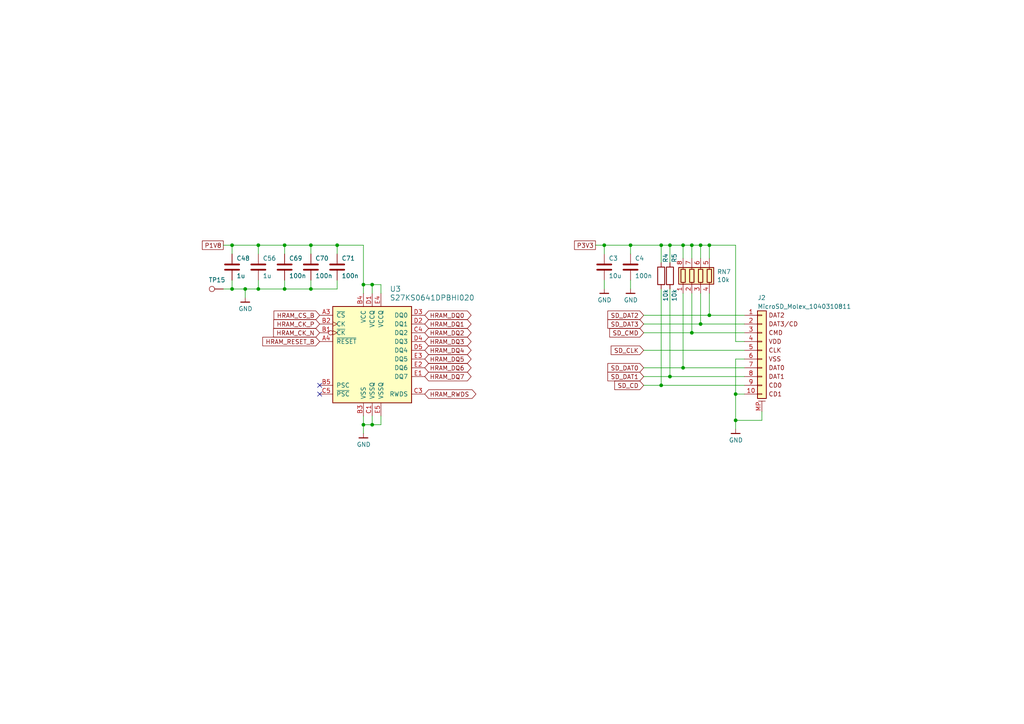
<source format=kicad_sch>
(kicad_sch (version 20231120) (generator "eeschema") (generator_version "8.0")
  (paper "A4")
  (lib_symbols
    (symbol "Connector:TestPoint" (pin_numbers hide) (pin_names (offset 0.762) hide)
      (property "Reference" "TP" (at 0 6.858 0))
      (property "Value" "TestPoint" (at 0 5.08 0))
      (symbol "TestPoint_0_1"
        (circle (center 0 3.302) (radius 0.762))
      )
      (symbol "TestPoint_1_1"
        (pin passive line (at 0 0 90) (length 2.54) (name "1") (number "1"))
      )
    )
    (symbol "Device:C" (pin_numbers hide) (pin_names (offset 0.254))
      (property "Reference" "C" (at 0.635 2.54 0))
      (property "Value" "C" (at 0.635 -2.54 0))
      (symbol "C_0_1"
        (polyline (pts (xy -2.032 -0.762) (xy 2.032 -0.762)) (stroke (width 0.508)))
        (polyline (pts (xy -2.032 0.762) (xy 2.032 0.762)) (stroke (width 0.508)))
      )
      (symbol "C_1_1"
        (pin passive line (at 0 3.81 270) (length 2.794) (name "~") (number "1"))
        (pin passive line (at 0 -3.81 90) (length 2.794) (name "~") (number "2"))
      )
    )
    (symbol "Device:R" (pin_numbers hide) (pin_names (offset 0))
      (property "Reference" "R" (at 2.032 0 90))
      (property "Value" "R" (at 0 0 90))
      (symbol "R_0_1"
        (rectangle (start -1.016 -2.54) (end 1.016 2.54) (stroke (width 0.254)))
      )
      (symbol "R_1_1"
        (pin passive line (at 0 3.81 270) (length 1.27) (name "~") (number "1"))
        (pin passive line (at 0 -3.81 90) (length 1.27) (name "~") (number "2"))
      )
    )
    (symbol "Device:R_Pack04" (pin_names (offset 0) hide)
      (property "Reference" "RN" (at -7.62 0 90))
      (property "Value" "R_Pack04" (at 5.08 0 90))
      (symbol "R_Pack04_0_1"
        (rectangle (start -6.35 -2.413) (end 3.81 2.413) (stroke (width 0.254)) (fill (type background)))
        (rectangle (start -5.715 1.905) (end -4.445 -1.905) (stroke (width 0.254)))
        (rectangle (start -3.175 1.905) (end -1.905 -1.905) (stroke (width 0.254)))
        (rectangle (start -0.635 1.905) (end 0.635 -1.905) (stroke (width 0.254)))
        (polyline (pts (xy -5.08 -2.54) (xy -5.08 -1.905)))
        (polyline (pts (xy -5.08 1.905) (xy -5.08 2.54)))
        (polyline (pts (xy -2.54 -2.54) (xy -2.54 -1.905)))
        (polyline (pts (xy -2.54 1.905) (xy -2.54 2.54)))
        (polyline (pts (xy 0 -2.54) (xy 0 -1.905)))
        (polyline (pts (xy 0 1.905) (xy 0 2.54)))
        (polyline (pts (xy 2.54 -2.54) (xy 2.54 -1.905)))
        (polyline (pts (xy 2.54 1.905) (xy 2.54 2.54)))
        (rectangle (start 1.905 1.905) (end 3.175 -1.905) (stroke (width 0.254)))
      )
      (symbol "R_Pack04_1_1"
        (pin passive line (at -5.08 -5.08 90) (length 2.54) (name "R1.1") (number "1"))
        (pin passive line (at -2.54 -5.08 90) (length 2.54) (name "R2.1") (number "2"))
        (pin passive line (at 0 -5.08 90) (length 2.54) (name "R3.1") (number "3"))
        (pin passive line (at 2.54 -5.08 90) (length 2.54) (name "R4.1") (number "4"))
        (pin passive line (at 2.54 5.08 270) (length 2.54) (name "R4.2") (number "5"))
        (pin passive line (at 0 5.08 270) (length 2.54) (name "R3.2") (number "6"))
        (pin passive line (at -2.54 5.08 270) (length 2.54) (name "R2.2") (number "7"))
        (pin passive line (at -5.08 5.08 270) (length 2.54) (name "R1.2") (number "8"))
      )
    )
    (symbol "ng_conn:MicroSD_Molex_1040310811" (pin_names (offset 1.016) hide)
      (property "Reference" "J" (at -1.27 15.24 0))
      (property "Value" "MicroSD_Molex_1040310811" (at -1.27 12.7 0))
      (symbol "MicroSD_Molex_1040310811_0_0"
        (text "CD0" (at 1.905 -10.16 0) (effects (font (size 1.27 1.27)) (justify left)))
        (text "CD1" (at 1.905 -12.7 0) (effects (font (size 1.27 1.27)) (justify left)))
        (text "CLK" (at 1.905 0 0) (effects (font (size 1.27 1.27)) (justify left)))
        (text "CMD" (at 1.905 5.08 0) (effects (font (size 1.27 1.27)) (justify left)))
        (text "DAT0" (at 1.905 -5.08 0) (effects (font (size 1.27 1.27)) (justify left)))
        (text "DAT1" (at 1.905 -7.62 0) (effects (font (size 1.27 1.27)) (justify left)))
        (text "DAT2" (at 1.905 10.16 0) (effects (font (size 1.27 1.27)) (justify left)))
        (text "DAT3/CD" (at 1.905 7.62 0) (effects (font (size 1.27 1.27)) (justify left)))
        (text "VDD" (at 1.905 2.54 0) (effects (font (size 1.27 1.27)) (justify left)))
        (text "VSS" (at 1.905 -2.54 0) (effects (font (size 1.27 1.27)) (justify left)))
      )
      (symbol "MicroSD_Molex_1040310811_1_1"
        (rectangle (start -1.27 -12.573) (end 0 -12.827) (stroke (width 0.1524)))
        (rectangle (start -1.27 -10.033) (end 0 -10.287) (stroke (width 0.1524)))
        (rectangle (start -1.27 -7.493) (end 0 -7.747) (stroke (width 0.1524)))
        (rectangle (start -1.27 -4.953) (end 0 -5.207) (stroke (width 0.1524)))
        (rectangle (start -1.27 -2.413) (end 0 -2.667) (stroke (width 0.1524)))
        (rectangle (start -1.27 0.127) (end 0 -0.127) (stroke (width 0.1524)))
        (rectangle (start -1.27 2.667) (end 0 2.413) (stroke (width 0.1524)))
        (rectangle (start -1.27 5.207) (end 0 4.953) (stroke (width 0.1524)))
        (rectangle (start -1.27 7.747) (end 0 7.493) (stroke (width 0.1524)))
        (rectangle (start -1.27 10.287) (end 0 10.033) (stroke (width 0.1524)))
        (rectangle (start -1.27 11.43) (end 1.27 -13.97) (stroke (width 0.254)) (fill (type background)))
        (polyline (pts (xy -1.016 -14.732) (xy 1.016 -14.732)) (stroke (width 0.1524)))
        (pin passive line (at -5.08 10.16 0) (length 3.81) (name "Pin_1") (number "1"))
        (pin passive line (at -5.08 -12.7 0) (length 3.81) (name "DET") (number "10"))
        (pin passive line (at -5.08 7.62 0) (length 3.81) (name "Pin_2") (number "2"))
        (pin passive line (at -5.08 5.08 0) (length 3.81) (name "Pin_3") (number "3"))
        (pin passive line (at -5.08 2.54 0) (length 3.81) (name "Pin_4") (number "4"))
        (pin passive line (at -5.08 0 0) (length 3.81) (name "Pin_5") (number "5"))
        (pin passive line (at -5.08 -2.54 0) (length 3.81) (name "Pin_6") (number "6"))
        (pin passive line (at -5.08 -5.08 0) (length 3.81) (name "Pin_7") (number "7"))
        (pin passive line (at -5.08 -7.62 0) (length 3.81) (name "Pin_8") (number "8"))
        (pin passive line (at -5.08 -10.16 0) (length 3.81) (name "Pin_9") (number "9"))
        (pin passive line (at 0 -17.78 90) (length 3.048) (name "MountPin") (number "MP"))
      )
    )
    (symbol "ng_memory:S27KS0641" (pin_names (offset 1.016))
      (property "Reference" "U" (at 5.08 20.32 0))
      (property "Value" "S27KS0641" (at 5.08 17.78 0))
      (symbol "S27KS0641_1_0"
        (rectangle (start -11.43 15.24) (end 11.43 -12.7) (stroke (width 0.254)) (fill (type background)))
      )
      (symbol "S27KS0641_1_1"
        (pin no_connect line (at -15.24 1.27 0) (length 3.81) hide (name "RFU") (number "A2"))
        (pin input line (at -15.24 12.7 0) (length 3.81) (name "~{CS}") (number "A3"))
        (pin input line (at -15.24 5.08 0) (length 3.81) (name "~{RESET}") (number "A4"))
        (pin no_connect line (at -15.24 -1.27 0) (length 3.81) hide (name "RFU") (number "A5"))
        (pin input inverted_clock (at -15.24 7.62 0) (length 3.81) (name "~{CK}") (number "B1"))
        (pin input clock (at -15.24 10.16 0) (length 3.81) (name "CK") (number "B2"))
        (pin power_in line (at -2.54 -16.51 90) (length 3.81) (name "VSS") (number "B3"))
        (pin power_in line (at -2.54 19.05 270) (length 3.81) (name "VCC") (number "B4"))
        (pin input line (at -15.24 -7.62 0) (length 3.81) (name "PSC") (number "B5"))
        (pin power_in line (at 0 -16.51 90) (length 3.81) (name "VSSQ") (number "C1"))
        (pin no_connect line (at -15.24 -3.81 0) (length 3.81) hide (name "RFU") (number "C2"))
        (pin bidirectional line (at 15.24 -10.16 180) (length 3.81) (name "RWDS") (number "C3"))
        (pin bidirectional line (at 15.24 7.62 180) (length 3.81) (name "DQ2") (number "C4"))
        (pin input line (at -15.24 -10.16 0) (length 3.81) (name "~{PSC}") (number "C5"))
        (pin power_in line (at 0 19.05 270) (length 3.81) (name "VCCQ") (number "D1"))
        (pin bidirectional line (at 15.24 10.16 180) (length 3.81) (name "DQ1") (number "D2"))
        (pin bidirectional line (at 15.24 12.7 180) (length 3.81) (name "DQ0") (number "D3"))
        (pin bidirectional line (at 15.24 5.08 180) (length 3.81) (name "DQ3") (number "D4"))
        (pin bidirectional line (at 15.24 2.54 180) (length 3.81) (name "DQ4") (number "D5"))
        (pin bidirectional line (at 15.24 -5.08 180) (length 3.81) (name "DQ7") (number "E1"))
        (pin bidirectional line (at 15.24 -2.54 180) (length 3.81) (name "DQ6") (number "E2"))
        (pin bidirectional line (at 15.24 0 180) (length 3.81) (name "DQ5") (number "E3"))
        (pin power_in line (at 2.54 19.05 270) (length 3.81) (name "VCCQ") (number "E4"))
        (pin power_in line (at 2.54 -16.51 90) (length 3.81) (name "VSSQ") (number "E5"))
      )
    )
    (symbol "ng_power:GND" (power) (pin_names (offset 0))
      (property "Value" "GND" (at 0 -2.54 0))
      (symbol "GND_0_1"
        (polyline (pts (xy 0 -1.27) (xy 0 0)))
        (polyline (pts (xy 1.27 -1.27) (xy -1.27 -1.27)) (stroke (width 0.3048)))
      )
      (symbol "GND_1_1"
        (pin power_in line (at 0 0 270) (length 0) hide (name "GND") (number "1"))
      )
    )
  )
  (junction (at 198.12 71.12))
  (junction (at 175.26 71.12))
  (junction (at 200.66 96.52))
  (junction (at 107.95 82.55))
  (junction (at 203.2 93.98))
  (junction (at 74.93 83.82))
  (junction (at 97.79 71.12))
  (junction (at 191.77 111.76))
  (junction (at 67.31 71.12))
  (junction (at 205.74 71.12))
  (junction (at 213.36 114.3))
  (junction (at 67.31 83.82))
  (junction (at 198.12 106.68))
  (junction (at 203.2 71.12))
  (junction (at 107.95 123.19))
  (junction (at 71.12 83.82))
  (junction (at 82.55 83.82))
  (junction (at 205.74 91.44))
  (junction (at 74.93 71.12))
  (junction (at 213.36 121.92))
  (junction (at 182.88 71.12))
  (junction (at 105.41 123.19))
  (junction (at 82.55 71.12))
  (junction (at 191.77 71.12))
  (junction (at 90.17 83.82))
  (junction (at 194.31 71.12))
  (junction (at 90.17 71.12))
  (junction (at 105.41 82.55))
  (junction (at 194.31 109.22))
  (junction (at 200.66 71.12))
  (no_connect (at 92.71 111.76))
  (no_connect (at 92.71 114.3))
  (wire (pts (xy 200.66 71.12) (xy 200.66 74.93)))
  (wire (pts (xy 205.74 91.44) (xy 215.9 91.44)))
  (wire (pts (xy 200.66 96.52) (xy 200.66 85.09)))
  (wire (pts (xy 182.88 73.66) (xy 182.88 71.12)))
  (wire (pts (xy 82.55 83.82) (xy 90.17 83.82)))
  (wire (pts (xy 105.41 85.09) (xy 105.41 82.55)))
  (wire (pts (xy 191.77 71.12) (xy 194.31 71.12)))
  (wire (pts (xy 97.79 81.28) (xy 97.79 83.82)))
  (wire (pts (xy 215.9 99.06) (xy 213.36 99.06)))
  (wire (pts (xy 74.93 71.12) (xy 82.55 71.12)))
  (wire (pts (xy 182.88 71.12) (xy 175.26 71.12)))
  (wire (pts (xy 198.12 71.12) (xy 198.12 74.93)))
  (wire (pts (xy 107.95 123.19) (xy 107.95 120.65)))
  (wire (pts (xy 97.79 73.66) (xy 97.79 71.12)))
  (wire (pts (xy 194.31 76.2) (xy 194.31 71.12)))
  (wire (pts (xy 67.31 81.28) (xy 67.31 83.82)))
  (wire (pts (xy 105.41 71.12) (xy 105.41 82.55)))
  (wire (pts (xy 107.95 85.09) (xy 107.95 82.55)))
  (wire (pts (xy 175.26 81.28) (xy 175.26 83.82)))
  (wire (pts (xy 213.36 71.12) (xy 205.74 71.12)))
  (wire (pts (xy 175.26 71.12) (xy 172.72 71.12)))
  (wire (pts (xy 194.31 71.12) (xy 198.12 71.12)))
  (wire (pts (xy 191.77 83.82) (xy 191.77 111.76)))
  (wire (pts (xy 67.31 83.82) (xy 71.12 83.82)))
  (wire (pts (xy 186.69 91.44) (xy 205.74 91.44)))
  (wire (pts (xy 213.36 104.14) (xy 213.36 114.3)))
  (wire (pts (xy 203.2 74.93) (xy 203.2 71.12)))
  (wire (pts (xy 74.93 73.66) (xy 74.93 71.12)))
  (wire (pts (xy 82.55 81.28) (xy 82.55 83.82)))
  (wire (pts (xy 107.95 123.19) (xy 110.49 123.19)))
  (wire (pts (xy 200.66 96.52) (xy 215.9 96.52)))
  (wire (pts (xy 203.2 93.98) (xy 215.9 93.98)))
  (wire (pts (xy 74.93 83.82) (xy 82.55 83.82)))
  (wire (pts (xy 67.31 71.12) (xy 74.93 71.12)))
  (wire (pts (xy 107.95 82.55) (xy 110.49 82.55)))
  (wire (pts (xy 110.49 123.19) (xy 110.49 120.65)))
  (wire (pts (xy 220.98 121.92) (xy 213.36 121.92)))
  (wire (pts (xy 186.69 93.98) (xy 203.2 93.98)))
  (wire (pts (xy 67.31 71.12) (xy 64.77 71.12)))
  (wire (pts (xy 105.41 120.65) (xy 105.41 123.19)))
  (wire (pts (xy 186.69 106.68) (xy 198.12 106.68)))
  (wire (pts (xy 175.26 71.12) (xy 175.26 73.66)))
  (wire (pts (xy 213.36 121.92) (xy 213.36 124.46)))
  (wire (pts (xy 71.12 83.82) (xy 74.93 83.82)))
  (wire (pts (xy 90.17 71.12) (xy 97.79 71.12)))
  (wire (pts (xy 203.2 93.98) (xy 203.2 85.09)))
  (wire (pts (xy 74.93 81.28) (xy 74.93 83.82)))
  (wire (pts (xy 64.77 83.82) (xy 67.31 83.82)))
  (wire (pts (xy 194.31 83.82) (xy 194.31 109.22)))
  (wire (pts (xy 198.12 71.12) (xy 200.66 71.12)))
  (wire (pts (xy 198.12 106.68) (xy 215.9 106.68)))
  (wire (pts (xy 198.12 106.68) (xy 198.12 85.09)))
  (wire (pts (xy 213.36 104.14) (xy 215.9 104.14)))
  (wire (pts (xy 186.69 96.52) (xy 200.66 96.52)))
  (wire (pts (xy 191.77 111.76) (xy 215.9 111.76)))
  (wire (pts (xy 205.74 71.12) (xy 205.74 74.93)))
  (wire (pts (xy 213.36 71.12) (xy 213.36 99.06)))
  (wire (pts (xy 82.55 71.12) (xy 90.17 71.12)))
  (wire (pts (xy 110.49 82.55) (xy 110.49 85.09)))
  (wire (pts (xy 186.69 111.76) (xy 191.77 111.76)))
  (wire (pts (xy 105.41 123.19) (xy 107.95 123.19)))
  (wire (pts (xy 90.17 73.66) (xy 90.17 71.12)))
  (wire (pts (xy 200.66 71.12) (xy 203.2 71.12)))
  (wire (pts (xy 186.69 109.22) (xy 194.31 109.22)))
  (wire (pts (xy 90.17 81.28) (xy 90.17 83.82)))
  (wire (pts (xy 97.79 71.12) (xy 105.41 71.12)))
  (wire (pts (xy 182.88 71.12) (xy 191.77 71.12)))
  (wire (pts (xy 213.36 114.3) (xy 213.36 121.92)))
  (wire (pts (xy 90.17 83.82) (xy 97.79 83.82)))
  (wire (pts (xy 67.31 73.66) (xy 67.31 71.12)))
  (wire (pts (xy 82.55 73.66) (xy 82.55 71.12)))
  (wire (pts (xy 71.12 83.82) (xy 71.12 86.36)))
  (wire (pts (xy 191.77 76.2) (xy 191.77 71.12)))
  (wire (pts (xy 220.98 119.38) (xy 220.98 121.92)))
  (wire (pts (xy 105.41 82.55) (xy 107.95 82.55)))
  (wire (pts (xy 203.2 71.12) (xy 205.74 71.12)))
  (wire (pts (xy 215.9 101.6) (xy 186.69 101.6)))
  (wire (pts (xy 182.88 81.28) (xy 182.88 83.82)))
  (wire (pts (xy 205.74 91.44) (xy 205.74 85.09)))
  (wire (pts (xy 105.41 123.19) (xy 105.41 125.73)))
  (wire (pts (xy 194.31 109.22) (xy 215.9 109.22)))
  (wire (pts (xy 215.9 114.3) (xy 213.36 114.3)))
  (global_label "HRAM_DQ1" (shape bidirectional) (at 123.19 93.98 0) (property "Intersheetrefs" "${INTERSHEET_REFS}" (effects (hide yes))))
  (global_label "SD_DAT2" (shape input) (at 186.69 91.44 180) (property "Intersheetrefs" "${INTERSHEET_REFS}" (effects (hide yes))))
  (global_label "HRAM_DQ0" (shape bidirectional) (at 123.19 91.44 0) (property "Intersheetrefs" "${INTERSHEET_REFS}" (effects (hide yes))))
  (global_label "HRAM_DQ7" (shape bidirectional) (at 123.19 109.22 0) (property "Intersheetrefs" "${INTERSHEET_REFS}" (effects (hide yes))))
  (global_label "SD_CD" (shape input) (at 186.69 111.76 180) (property "Intersheetrefs" "${INTERSHEET_REFS}" (effects (hide yes))))
  (global_label "HRAM_CK_P" (shape input) (at 92.71 93.98 180) (property "Intersheetrefs" "${INTERSHEET_REFS}" (effects (hide yes))))
  (global_label "SD_DAT3" (shape input) (at 186.69 93.98 180) (property "Intersheetrefs" "${INTERSHEET_REFS}" (effects (hide yes))))
  (global_label "HRAM_CK_N" (shape input) (at 92.71 96.52 180) (property "Intersheetrefs" "${INTERSHEET_REFS}" (effects (hide yes))))
  (global_label "HRAM_RWDS" (shape bidirectional) (at 123.19 114.3 0) (property "Intersheetrefs" "${INTERSHEET_REFS}" (effects (hide yes))))
  (global_label "HRAM_RESET_B" (shape input) (at 92.71 99.06 180) (property "Intersheetrefs" "${INTERSHEET_REFS}" (effects (hide yes))))
  (global_label "P1V8" (shape passive) (at 64.77 71.12 180) (property "Intersheetrefs" "${INTERSHEET_REFS}" (effects (hide yes))))
  (global_label "HRAM_DQ3" (shape bidirectional) (at 123.19 99.06 0) (property "Intersheetrefs" "${INTERSHEET_REFS}" (effects (hide yes))))
  (global_label "HRAM_DQ2" (shape bidirectional) (at 123.19 96.52 0) (property "Intersheetrefs" "${INTERSHEET_REFS}" (effects (hide yes))))
  (global_label "HRAM_CS_B" (shape input) (at 92.71 91.44 180) (property "Intersheetrefs" "${INTERSHEET_REFS}" (effects (hide yes))))
  (global_label "SD_DAT0" (shape input) (at 186.69 106.68 180) (property "Intersheetrefs" "${INTERSHEET_REFS}" (effects (hide yes))))
  (global_label "HRAM_DQ4" (shape bidirectional) (at 123.19 101.6 0) (property "Intersheetrefs" "${INTERSHEET_REFS}" (effects (hide yes))))
  (global_label "HRAM_DQ6" (shape bidirectional) (at 123.19 106.68 0) (property "Intersheetrefs" "${INTERSHEET_REFS}" (effects (hide yes))))
  (global_label "HRAM_DQ5" (shape bidirectional) (at 123.19 104.14 0) (property "Intersheetrefs" "${INTERSHEET_REFS}" (effects (hide yes))))
  (global_label "SD_CLK" (shape input) (at 186.69 101.6 180) (property "Intersheetrefs" "${INTERSHEET_REFS}" (effects (hide yes))))
  (global_label "SD_DAT1" (shape input) (at 186.69 109.22 180) (property "Intersheetrefs" "${INTERSHEET_REFS}" (effects (hide yes))))
  (global_label "P3V3" (shape passive) (at 172.72 71.12 180) (property "Intersheetrefs" "${INTERSHEET_REFS}" (effects (hide yes))))
  (global_label "SD_CMD" (shape input) (at 186.69 96.52 180) (property "Intersheetrefs" "${INTERSHEET_REFS}" (effects (hide yes))))
  (symbol (lib_id "Device:R") (at 191.77 80.01 0) (unit 1)
    (property "Reference" "R4" (at 193.04 76.2 90) (effects (justify left)))
    (property "Value" "10k" (at 193.04 83.82 90) (effects (justify right)))
    (property "Footprint" "Resistor_SMD:R_0402_1005Metric" (effects (hide yes)))
    (property "MPN" "RC0402FR-0710KL" (effects (hide yes)))
    (property "MFR" "Yageo" (effects (hide yes)))
  )
  (symbol (lib_id "ng_power:GND") (at 105.41 125.73 0) (unit 1)
    (property "Reference" "#PWR09" (effects (hide yes)))
    (property "Value" "GND" (at 105.4862 128.9304 0))
  )
  (symbol (lib_id "ng_memory:S27KS0641") (at 107.95 104.14 0) (unit 1)
    (property "Reference" "U3" (at 113.03 83.82 0) (effects (font (size 1.524 1.524)) (justify left)))
    (property "Value" "S27KS0641DPBHI020" (at 113.03 86.36 0) (effects (font (size 1.524 1.524)) (justify left)))
    (property "Footprint" "ng_package_bga:BGA-24_6.0x8.0mm_Layout5x5_P1.0mm_Pad0.4mm" (effects (hide yes)))
    (property "Datasheet" "https://www.cypress.com/file/183506/download" (effects (hide yes)))
    (property "MFR" "Cypress" (effects (hide yes)))
    (property "MPN" "S27KS0641DPBHI020" (effects (hide yes)))
  )
  (symbol (lib_id "Device:C") (at 97.79 77.47 0) (unit 1)
    (property "Reference" "C71" (at 99.06 74.93 0) (effects (justify left)))
    (property "Value" "100n" (at 99.06 80.01 0) (effects (justify left)))
    (property "Footprint" "Capacitor_SMD:C_0402_1005Metric" (effects (hide yes)))
    (property "MFR" "Samsung" (effects (hide yes)))
    (property "MPN" "CL05B104KO5NNNC" (effects (hide yes)))
  )
  (symbol (lib_id "Device:C") (at 90.17 77.47 0) (unit 1)
    (property "Reference" "C70" (at 91.44 74.93 0) (effects (justify left)))
    (property "Value" "100n" (at 91.44 80.01 0) (effects (justify left)))
    (property "Footprint" "Capacitor_SMD:C_0402_1005Metric" (effects (hide yes)))
    (property "MFR" "Samsung" (effects (hide yes)))
    (property "MPN" "CL05B104KO5NNNC" (effects (hide yes)))
  )
  (symbol (lib_id "Device:C") (at 82.55 77.47 0) (unit 1)
    (property "Reference" "C69" (at 83.82 74.93 0) (effects (justify left)))
    (property "Value" "100n" (at 83.82 80.01 0) (effects (justify left)))
    (property "Footprint" "Capacitor_SMD:C_0402_1005Metric" (effects (hide yes)))
    (property "MFR" "Samsung" (effects (hide yes)))
    (property "MPN" "CL05B104KO5NNNC" (effects (hide yes)))
  )
  (symbol (lib_id "ng_power:GND") (at 71.12 86.36 0) (unit 1)
    (property "Reference" "#PWR068" (effects (hide yes)))
    (property "Value" "GND" (at 71.1962 89.5604 0))
  )
  (symbol (lib_id "ng_power:GND") (at 213.36 124.46 0) (unit 1)
    (property "Reference" "#PWR012" (effects (hide yes)))
    (property "Value" "GND" (at 213.4362 127.6604 0))
  )
  (symbol (lib_id "ng_conn:MicroSD_Molex_1040310811") (at 220.98 101.6 0) (unit 1)
    (property "Reference" "J2" (at 219.71 86.36 0) (effects (justify left)))
    (property "Value" "MicroSD_Molex_1040310811" (at 219.71 88.9 0) (effects (justify left)))
    (property "Footprint" "ng_conn:MicroSD_Molex_1040310811" (effects (hide yes)))
    (property "MPN" "104031-0811" (effects (hide yes)))
    (property "MFR" "Molex" (effects (hide yes)))
  )
  (symbol (lib_id "Device:R") (at 194.31 80.01 0) (unit 1)
    (property "Reference" "R5" (at 195.58 76.2 90) (effects (justify left)))
    (property "Value" "10k" (at 195.58 83.82 90) (effects (justify right)))
    (property "Footprint" "Resistor_SMD:R_0402_1005Metric" (effects (hide yes)))
    (property "MPN" "RC0402FR-0710KL" (effects (hide yes)))
    (property "MFR" "Yageo" (effects (hide yes)))
  )
  (symbol (lib_id "Device:R_Pack04") (at 203.2 80.01 0) (unit 1)
    (property "Reference" "RN7" (at 207.9752 78.8416 0) (effects (justify left)))
    (property "Value" "10k" (at 207.9752 81.153 0) (effects (justify left)))
    (property "Footprint" "Resistor_SMD:R_Array_Convex_4x0603" (effects (hide yes)))
    (property "MPN" "YC164-FR-0710KL" (effects (hide yes)))
    (property "MFR" "Yageo" (effects (hide yes)))
  )
  (symbol (lib_id "Device:C") (at 175.26 77.47 0) (mirror y) (unit 1)
    (property "Reference" "C3" (at 176.53 74.93 0) (effects (justify right)))
    (property "Value" "10u" (at 176.53 80.01 0) (effects (justify right)))
    (property "Footprint" "Capacitor_SMD:C_0603_1608Metric" (effects (hide yes)))
    (property "MPN" "CL10A106MQ8NNND" (effects (hide yes)))
    (property "MFR" "Samsung" (effects (hide yes)))
  )
  (symbol (lib_id "Device:C") (at 182.88 77.47 0) (mirror y) (unit 1)
    (property "Reference" "C4" (at 184.15 74.93 0) (effects (justify right)))
    (property "Value" "100n" (at 184.15 80.01 0) (effects (justify right)))
    (property "Footprint" "Capacitor_SMD:C_0402_1005Metric" (effects (hide yes)))
    (property "MPN" "CL05B104KO5NNNC" (effects (hide yes)))
    (property "MFR" "Samsung" (effects (hide yes)))
  )
  (symbol (lib_id "ng_power:GND") (at 175.26 83.82 0) (unit 1)
    (property "Reference" "#PWR010" (effects (hide yes)))
    (property "Value" "GND" (at 175.3362 87.0204 0))
  )
  (symbol (lib_id "ng_power:GND") (at 182.88 83.82 0) (unit 1)
    (property "Reference" "#PWR011" (effects (hide yes)))
    (property "Value" "GND" (at 182.9562 87.0204 0))
  )
  (symbol (lib_id "Device:C") (at 74.93 77.47 0) (unit 1)
    (property "Reference" "C56" (at 76.2 74.93 0) (effects (justify left)))
    (property "Value" "1u" (at 76.2 80.01 0) (effects (justify left)))
    (property "Footprint" "Capacitor_SMD:C_0402_1005Metric" (effects (hide yes)))
    (property "MFR" "Samsung" (effects (hide yes)))
    (property "MPN" "CL05A105KO5NNNC" (effects (hide yes)))
  )
  (symbol (lib_id "Device:C") (at 67.31 77.47 0) (unit 1)
    (property "Reference" "C48" (at 68.58 74.93 0) (effects (justify left)))
    (property "Value" "1u" (at 68.58 80.01 0) (effects (justify left)))
    (property "Footprint" "Capacitor_SMD:C_0402_1005Metric" (effects (hide yes)))
    (property "MFR" "Samsung" (effects (hide yes)))
    (property "MPN" "CL05A105KO5NNNC" (effects (hide yes)))
  )
  (symbol (lib_id "Connector:TestPoint") (at 64.77 83.82 90) (unit 1)
    (property "Reference" "TP15" (at 62.9412 81.2038 90))
    (property "Value" "TestPoint" (effects (hide yes)))
    (property "Footprint" "TestPoint:TestPoint_Pad_D1.0mm" (effects (hide yes)))
  )
)
</source>
